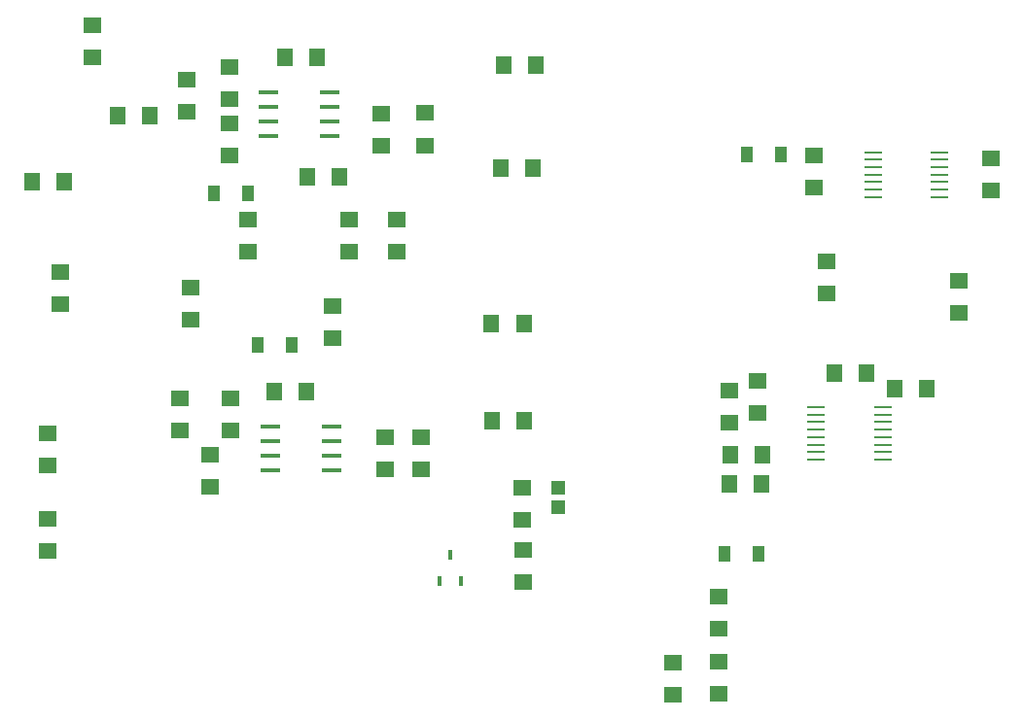
<source format=gbr>
G04 DipTrace 3.3.1.1*
G04 TopPaste.gbr*
%MOIN*%
G04 #@! TF.FileFunction,Paste,Top*
G04 #@! TF.Part,Single*
%ADD46R,0.062835X0.007717*%
%ADD48R,0.070709X0.015591*%
%ADD54R,0.017559X0.033307*%
%ADD60R,0.039213X0.054961*%
%ADD64R,0.051024X0.051024*%
%ADD72R,0.054961X0.062835*%
%ADD78R,0.062835X0.054961*%
%FSLAX26Y26*%
G04*
G70*
G90*
G75*
G01*
G04 TopPaste*
%LPD*%
D78*
X917080Y1570293D3*
Y1680529D3*
X1394370Y2783604D3*
Y2893840D3*
X3350161Y1751715D3*
Y1861951D3*
X1071315Y3080022D3*
Y2969786D3*
D72*
X3363513Y1507483D3*
X3253277D3*
D78*
X1540311Y2743022D3*
Y2632786D3*
X1371000Y1690482D3*
Y1800718D3*
X3253615Y1715832D3*
Y1826068D3*
X3060705Y893534D3*
Y783298D3*
D72*
X864825Y2544446D3*
X975062D3*
X3366546Y1605375D3*
X3256310D3*
D78*
X1474336Y1606400D3*
Y1496164D3*
X1950930Y2412722D3*
Y2302486D3*
X1405440Y2181373D3*
Y2071136D3*
X2547261Y1280436D3*
Y1170199D3*
X1603146Y2415312D3*
Y2305076D3*
X3543622Y2634407D3*
Y2524171D3*
X4149436Y2624210D3*
Y2513974D3*
X917270Y1276139D3*
Y1386375D3*
D72*
X3820157Y1834215D3*
X3930394D3*
D78*
X1895373Y2117269D3*
Y2007033D3*
D72*
X3614844Y1888051D3*
X3725080D3*
D60*
X1603825Y2502512D3*
X1485715D3*
X1755361Y1983437D3*
X1637251D3*
X3313627Y2635367D3*
X3431738D3*
X3355055Y1267345D3*
X3236945D3*
D64*
X2668583Y1426562D3*
X2667248Y1494159D3*
D54*
X2259644Y1172707D3*
X2334448D3*
X2297046Y1263259D3*
D72*
X2478913Y2942434D3*
X2589149D3*
D78*
X1541793Y2825772D3*
Y2936008D3*
X2059278Y2668378D3*
Y2778614D3*
D72*
X1155560Y2771291D3*
X1265796D3*
X1729815Y2969257D3*
X1840051D3*
X2470540Y2589197D3*
X2580776D3*
D78*
X3218514Y1010209D3*
Y1120445D3*
X3586152Y2160298D3*
Y2270534D3*
D72*
X2438578Y2055415D3*
X2548814D3*
D78*
X4041400Y2092365D3*
Y2202601D3*
X1543105Y1691348D3*
Y1801584D3*
X2073152Y1556463D3*
Y1666699D3*
X962024Y2234138D3*
Y2123902D3*
X3216605Y786448D3*
Y896684D3*
D72*
X1695159Y1825083D3*
X1805395D3*
X2440744Y1723497D3*
X2550980D3*
X1806484Y2559077D3*
X1916721D3*
D78*
X2114355Y2302608D3*
Y2412844D3*
X2543109Y1382196D3*
Y1492432D3*
D48*
X1672690Y2850602D3*
Y2800602D3*
Y2750602D3*
Y2700602D3*
X1885289D3*
Y2750602D3*
Y2800602D3*
Y2850602D3*
X1679161Y1705274D3*
Y1655274D3*
Y1605274D3*
Y1555274D3*
X1891760D3*
Y1605274D3*
Y1655274D3*
Y1705274D3*
D46*
X3551903Y1769891D3*
Y1744301D3*
Y1718710D3*
Y1693119D3*
Y1667529D3*
Y1641938D3*
Y1616348D3*
Y1590757D3*
X3780257D3*
X3780249Y1616348D3*
Y1641938D3*
Y1667529D3*
Y1693119D3*
Y1718710D3*
Y1744301D3*
Y1769891D3*
X3745702Y2644678D3*
Y2619088D3*
Y2593497D3*
Y2567907D3*
Y2542316D3*
Y2516726D3*
X3745710Y2491135D3*
X3974049D3*
Y2516726D3*
Y2542316D3*
Y2567907D3*
Y2593497D3*
Y2619088D3*
Y2644678D3*
D78*
X2209959Y2668458D3*
Y2778695D3*
X2197551Y1557782D3*
Y1668018D3*
M02*

</source>
